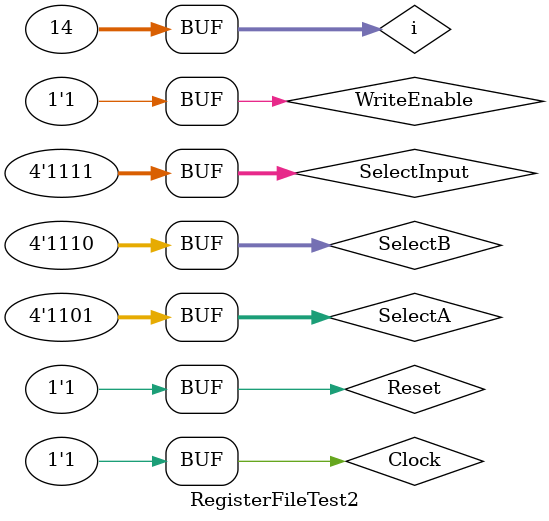
<source format=v>
`timescale 1ns / 1ps


module RegisterFileTest2;

	// Inputs
	reg Clock;
	reg Reset;
	reg WriteEnable;
	reg [3:0] SelectInput;
	reg [3:0] SelectA;
	reg [3:0] SelectB;
	reg [15:0] In;

	// Outputs
	wire [15:0] A;
	wire [15:0] B;
	
		// Temps
	integer i;

	// Instantiate the Unit Under Test (UUT)
	RegFile2 uut (
		.Clock(Clock), 
		.Reset(Reset), 
		.WriteEnable(WriteEnable), 
		.SelectInput(SelectInput), 
		.SelectA(SelectA), 
		.SelectB(SelectB), 
		.In(In), 
		.A(A), 
		.B(B)
	);

	initial begin
		// Initialize Inputs
		Clock = 0;
		Reset = 1;
		WriteEnable = 0;
		SelectInput = 0;
		SelectA = 0;
		SelectB = 0;
		In = 0;
		i = 0;

		// Wait 100 ns for global reset to finish
		#100; 	
		WriteEnable = 1;
		SelectInput = 0;
		#5; 
		SelectA = 1;
		SelectB = 1;
		Clock = 1;
		#5;
		SelectInput = 1;
		In = 1; 
		SelectA = 0;
		SelectB = 0;
		#5;
		Clock = 0;
		#5;
		Clock = 1;
		#5;
		Clock = 0;
		#5;
		Clock = 1;
		#5;
		WriteEnable = 1;
		Clock = 0;
		#5;
		Clock = 1;
		#5;
		
		
		for(i=0; i<14; i=i+1)
		begin
		Clock = 0; 
		WriteEnable = 1;
		SelectInput = i +2;
		SelectA = i;
		SelectB = i+1;
		#4;
		In = A + B;
		#1;
		Clock = 1;
		#5;
		end
		
        
		/* Add stimulus here
		for(i=0; i<1000; i=i+1)
		begin
			Clock = ~Clock;
			if(i==20)
			begin
				WriteEnable = 1;
				In = 37;
				SelectInput = 5;
			end	
			if(i==24)
			begin
				WriteEnable = 0;
				In = 42;
				SelectInput = 5;
			end
			if(i==24)
			begin
				SelectA = 5;
			end
			
			if(i==26)
				SelectA = 12;

			#5;
		end*/

	end
      
endmodule


</source>
